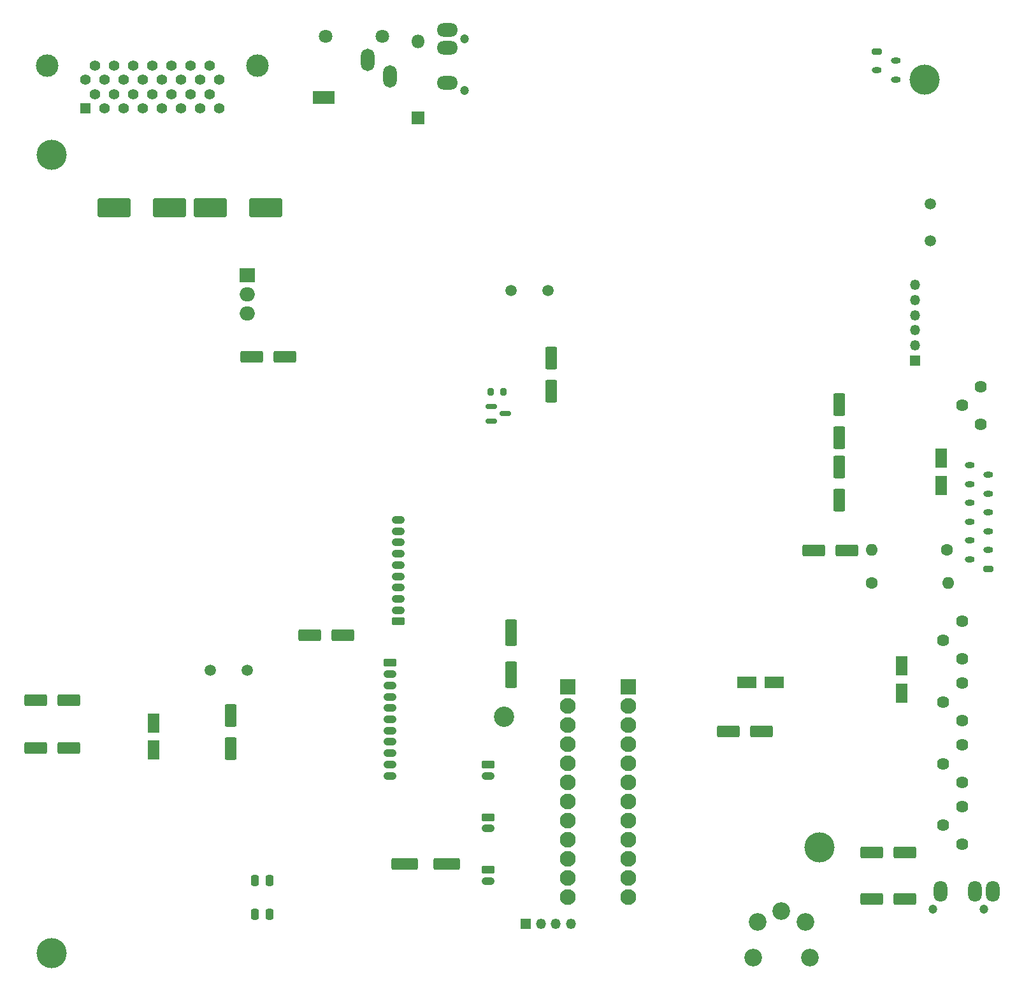
<source format=gbr>
%TF.GenerationSoftware,KiCad,Pcbnew,8.0.9-8.0.9-0~ubuntu24.04.1*%
%TF.CreationDate,2025-02-24T19:11:30+01:00*%
%TF.ProjectId,Main_PCB,4d61696e-5f50-4434-922e-6b696361645f,0.1*%
%TF.SameCoordinates,Original*%
%TF.FileFunction,Soldermask,Bot*%
%TF.FilePolarity,Negative*%
%FSLAX46Y46*%
G04 Gerber Fmt 4.6, Leading zero omitted, Abs format (unit mm)*
G04 Created by KiCad (PCBNEW 8.0.9-8.0.9-0~ubuntu24.04.1) date 2025-02-24 19:11:30*
%MOMM*%
%LPD*%
G01*
G04 APERTURE LIST*
G04 Aperture macros list*
%AMRoundRect*
0 Rectangle with rounded corners*
0 $1 Rounding radius*
0 $2 $3 $4 $5 $6 $7 $8 $9 X,Y pos of 4 corners*
0 Add a 4 corners polygon primitive as box body*
4,1,4,$2,$3,$4,$5,$6,$7,$8,$9,$2,$3,0*
0 Add four circle primitives for the rounded corners*
1,1,$1+$1,$2,$3*
1,1,$1+$1,$4,$5*
1,1,$1+$1,$6,$7*
1,1,$1+$1,$8,$9*
0 Add four rect primitives between the rounded corners*
20,1,$1+$1,$2,$3,$4,$5,0*
20,1,$1+$1,$4,$5,$6,$7,0*
20,1,$1+$1,$6,$7,$8,$9,0*
20,1,$1+$1,$8,$9,$2,$3,0*%
G04 Aperture macros list end*
%ADD10C,2.700000*%
%ADD11C,4.000000*%
%ADD12R,1.350000X1.350000*%
%ADD13O,1.350000X1.350000*%
%ADD14RoundRect,0.250000X0.550000X-1.250000X0.550000X1.250000X-0.550000X1.250000X-0.550000X-1.250000X0*%
%ADD15RoundRect,0.250000X1.250000X0.550000X-1.250000X0.550000X-1.250000X-0.550000X1.250000X-0.550000X0*%
%ADD16C,1.500000*%
%ADD17RoundRect,0.250000X-1.950000X-1.000000X1.950000X-1.000000X1.950000X1.000000X-1.950000X1.000000X0*%
%ADD18C,2.340000*%
%ADD19RoundRect,0.250000X0.550000X-1.500000X0.550000X1.500000X-0.550000X1.500000X-0.550000X-1.500000X0*%
%ADD20C,1.200000*%
%ADD21O,2.800000X1.800000*%
%ADD22RoundRect,0.250000X0.550000X-1.050000X0.550000X1.050000X-0.550000X1.050000X-0.550000X-1.050000X0*%
%ADD23RoundRect,0.250000X-1.500000X-0.550000X1.500000X-0.550000X1.500000X0.550000X-1.500000X0.550000X0*%
%ADD24RoundRect,0.250000X-1.250000X-0.550000X1.250000X-0.550000X1.250000X0.550000X-1.250000X0.550000X0*%
%ADD25RoundRect,0.250000X1.950000X1.000000X-1.950000X1.000000X-1.950000X-1.000000X1.950000X-1.000000X0*%
%ADD26RoundRect,0.250000X-0.250000X-0.475000X0.250000X-0.475000X0.250000X0.475000X-0.250000X0.475000X0*%
%ADD27RoundRect,0.200000X0.450000X-0.200000X0.450000X0.200000X-0.450000X0.200000X-0.450000X-0.200000X0*%
%ADD28O,1.300000X0.800000*%
%ADD29RoundRect,0.250000X-0.550000X1.250000X-0.550000X-1.250000X0.550000X-1.250000X0.550000X1.250000X0*%
%ADD30RoundRect,0.250000X0.615000X-0.265000X0.615000X0.265000X-0.615000X0.265000X-0.615000X-0.265000X0*%
%ADD31O,1.730000X1.030000*%
%ADD32RoundRect,0.250000X-0.615000X0.265000X-0.615000X-0.265000X0.615000X-0.265000X0.615000X0.265000X0*%
%ADD33C,1.600000*%
%ADD34O,1.600000X1.600000*%
%ADD35C,1.620000*%
%ADD36R,2.100000X2.100000*%
%ADD37C,2.100000*%
%ADD38O,1.800000X2.800000*%
%ADD39RoundRect,0.200000X-0.450000X0.200000X-0.450000X-0.200000X0.450000X-0.200000X0.450000X0.200000X0*%
%ADD40RoundRect,0.200000X0.200000X0.275000X-0.200000X0.275000X-0.200000X-0.275000X0.200000X-0.275000X0*%
%ADD41R,1.400000X1.400000*%
%ADD42C,1.400000*%
%ADD43C,3.000000*%
%ADD44C,1.800000*%
%ADD45R,3.000000X1.800000*%
%ADD46O,1.800000X3.000000*%
%ADD47R,1.800000X1.800000*%
%ADD48O,1.800000X1.800000*%
%ADD49R,2.000000X1.905000*%
%ADD50O,2.000000X1.905000*%
%ADD51RoundRect,0.250000X1.050000X0.550000X-1.050000X0.550000X-1.050000X-0.550000X1.050000X-0.550000X0*%
%ADD52RoundRect,0.150000X-0.587500X-0.150000X0.587500X-0.150000X0.587500X0.150000X-0.587500X0.150000X0*%
G04 APERTURE END LIST*
D10*
%TO.C,H5*%
X110100000Y-170700000D03*
%TD*%
D11*
%TO.C,H4*%
X152000000Y-188000000D03*
%TD*%
%TO.C,H3*%
X50000000Y-202100000D03*
%TD*%
%TO.C,H2*%
X166000000Y-86000000D03*
%TD*%
%TO.C,H1*%
X50000000Y-96000000D03*
%TD*%
D12*
%TO.C,P104*%
X113000000Y-198200000D03*
D13*
X115000000Y-198200000D03*
X117000000Y-198200000D03*
X119000000Y-198200000D03*
%TD*%
D14*
%TO.C,C149*%
X116400000Y-127400000D03*
X116400000Y-123000000D03*
%TD*%
D15*
%TO.C,C201*%
X52300000Y-174800000D03*
X47900000Y-174800000D03*
%TD*%
D16*
%TO.C,CF101*%
X111100000Y-114000000D03*
X116000000Y-114000000D03*
%TD*%
D17*
%TO.C,C301*%
X71100000Y-103000000D03*
X78500000Y-103000000D03*
%TD*%
D18*
%TO.C,RV201*%
X150800000Y-202700000D03*
X150200000Y-197900000D03*
X147000000Y-196500000D03*
X143800000Y-197900000D03*
X143200000Y-202700000D03*
%TD*%
D19*
%TO.C,C136*%
X111100000Y-165100000D03*
X111100000Y-159500000D03*
%TD*%
D20*
%TO.C,JK101*%
X104900000Y-87400000D03*
X104900000Y-80600000D03*
D21*
X102600000Y-81800000D03*
X102600000Y-79400000D03*
X102600000Y-86400000D03*
%TD*%
D22*
%TO.C,C200*%
X63600000Y-175100000D03*
X63600000Y-171500000D03*
%TD*%
D23*
%TO.C,C303*%
X96900000Y-190200000D03*
X102500000Y-190200000D03*
%TD*%
D24*
%TO.C,C226*%
X159000000Y-194900000D03*
X163400000Y-194900000D03*
%TD*%
D15*
%TO.C,C122*%
X144300000Y-172600000D03*
X139900000Y-172600000D03*
%TD*%
D25*
%TO.C,C300*%
X65700000Y-103000000D03*
X58300000Y-103000000D03*
%TD*%
D26*
%TO.C,C216*%
X77050000Y-192400000D03*
X78950000Y-192400000D03*
%TD*%
D27*
%TO.C,CN102*%
X174500000Y-151000000D03*
D28*
X172000000Y-149750000D03*
X174500000Y-148500000D03*
X172000000Y-147250000D03*
X174500000Y-146000000D03*
X172000000Y-144750000D03*
X174500000Y-143500000D03*
X172000000Y-142250000D03*
X174500000Y-141000000D03*
X172000000Y-139750000D03*
X174500000Y-138500000D03*
X172000000Y-137250000D03*
%TD*%
D12*
%TO.C,P103*%
X164700000Y-123300000D03*
D13*
X164700000Y-121300000D03*
X164700000Y-119300000D03*
X164700000Y-117300000D03*
X164700000Y-115300000D03*
X164700000Y-113300000D03*
%TD*%
D29*
%TO.C,C113*%
X154700000Y-129200000D03*
X154700000Y-133600000D03*
%TD*%
D26*
%TO.C,C215*%
X77050000Y-196900000D03*
X78950000Y-196900000D03*
%TD*%
D30*
%TO.C,P101*%
X96100000Y-158000000D03*
D31*
X96100000Y-156500000D03*
X96100000Y-155000000D03*
X96100000Y-153500000D03*
X96100000Y-152000000D03*
X96100000Y-150500000D03*
X96100000Y-149000000D03*
X96100000Y-147500000D03*
X96100000Y-146000000D03*
X96100000Y-144500000D03*
%TD*%
D24*
%TO.C,C302*%
X76600000Y-122800000D03*
X81000000Y-122800000D03*
%TD*%
D32*
%TO.C,P105*%
X108000000Y-184000000D03*
D31*
X108000000Y-185500000D03*
%TD*%
D33*
%TO.C,L101*%
X169000000Y-148500000D03*
D34*
X159000000Y-148500000D03*
%TD*%
D33*
%TO.C,R101*%
X159000000Y-152900000D03*
D34*
X169160000Y-152900000D03*
%TD*%
D32*
%TO.C,P102*%
X95000000Y-163500000D03*
D31*
X95000000Y-165000000D03*
X95000000Y-166500000D03*
X95000000Y-168000000D03*
X95000000Y-169500000D03*
X95000000Y-171000000D03*
X95000000Y-172500000D03*
X95000000Y-174000000D03*
X95000000Y-175500000D03*
X95000000Y-177000000D03*
X95000000Y-178500000D03*
%TD*%
D35*
%TO.C,VR102*%
X171000000Y-158000000D03*
X168500000Y-160500000D03*
X171000000Y-163000000D03*
%TD*%
D24*
%TO.C,C225*%
X159000000Y-188700000D03*
X163400000Y-188700000D03*
%TD*%
D22*
%TO.C,C129*%
X163000000Y-167500000D03*
X163000000Y-163900000D03*
%TD*%
D32*
%TO.C,P106*%
X108000000Y-191000000D03*
D31*
X108000000Y-192500000D03*
%TD*%
D35*
%TO.C,VR105*%
X171000000Y-166200000D03*
X168500000Y-168700000D03*
X171000000Y-171200000D03*
%TD*%
D15*
%TO.C,C202*%
X52300000Y-168500000D03*
X47900000Y-168500000D03*
%TD*%
D24*
%TO.C,C159*%
X84300000Y-159800000D03*
X88700000Y-159800000D03*
%TD*%
D35*
%TO.C,VR101*%
X173500000Y-126800000D03*
X171000000Y-129300000D03*
X173500000Y-131800000D03*
%TD*%
D36*
%TO.C,IC105*%
X126600000Y-166700000D03*
D37*
X126600000Y-169240000D03*
X126600000Y-171780000D03*
X126600000Y-174320000D03*
X126600000Y-176860000D03*
X126600000Y-179400000D03*
X126600000Y-181940000D03*
X126600000Y-184480000D03*
X126600000Y-187020000D03*
X126600000Y-189560000D03*
X126600000Y-192100000D03*
X126600000Y-194640000D03*
%TD*%
D20*
%TO.C,JK102*%
X167100000Y-196200000D03*
X173900000Y-196200000D03*
D38*
X172700000Y-193900000D03*
X175100000Y-193900000D03*
X168100000Y-193900000D03*
%TD*%
D28*
%TO.C,CN101*%
X162200000Y-86000000D03*
X159700000Y-84750000D03*
X162200000Y-83500000D03*
D39*
X159700000Y-82250000D03*
%TD*%
D40*
%TO.C,R513*%
X110025000Y-127500000D03*
X108375000Y-127500000D03*
%TD*%
D41*
%TO.C,JK104*%
X54500000Y-89810000D03*
D42*
X55770000Y-87905000D03*
X57040000Y-89810000D03*
X58310000Y-87905000D03*
X59580000Y-89810000D03*
X60850000Y-87905000D03*
X62120000Y-89810000D03*
X63390000Y-87905000D03*
X64660000Y-89810000D03*
X65930000Y-87905000D03*
X67200000Y-89810000D03*
X68470000Y-87905000D03*
X69740000Y-89810000D03*
X71010000Y-87905000D03*
X72280000Y-89810000D03*
X54500000Y-86000000D03*
X55770000Y-84095000D03*
X57040000Y-86000000D03*
X58310000Y-84095000D03*
X59580000Y-86000000D03*
X60850000Y-84095000D03*
X62120000Y-86000000D03*
X63390000Y-84095000D03*
X64660000Y-86000000D03*
X65930000Y-84095000D03*
X67200000Y-86000000D03*
X68470000Y-84095000D03*
X69740000Y-86000000D03*
X71010000Y-84095000D03*
X72280000Y-86000000D03*
D43*
X49440000Y-84095000D03*
X77340000Y-84095000D03*
%TD*%
D44*
%TO.C,JK103*%
X94000000Y-80200000D03*
X86400000Y-80200000D03*
D45*
X86200000Y-88400000D03*
D46*
X92000000Y-83400000D03*
X95000000Y-85600000D03*
%TD*%
D36*
%TO.C,IC104*%
X118600000Y-166700000D03*
D37*
X118600000Y-169240000D03*
X118600000Y-171780000D03*
X118600000Y-174320000D03*
X118600000Y-176860000D03*
X118600000Y-179400000D03*
X118600000Y-181940000D03*
X118600000Y-184480000D03*
X118600000Y-187020000D03*
X118600000Y-189560000D03*
X118600000Y-192100000D03*
X118600000Y-194640000D03*
%TD*%
D29*
%TO.C,C114*%
X154700000Y-137500000D03*
X154700000Y-141900000D03*
%TD*%
D47*
%TO.C,D301*%
X98700000Y-91100000D03*
D48*
X98700000Y-80940000D03*
%TD*%
D14*
%TO.C,C304*%
X73800000Y-174900000D03*
X73800000Y-170500000D03*
%TD*%
D49*
%TO.C,IC301*%
X76000000Y-112000000D03*
D50*
X76000000Y-114540000D03*
X76000000Y-117080000D03*
%TD*%
D35*
%TO.C,VR103*%
X171000000Y-174400000D03*
X168500000Y-176900000D03*
X171000000Y-179400000D03*
%TD*%
D16*
%TO.C,X101*%
X166800000Y-107400000D03*
X166800000Y-102500000D03*
%TD*%
D51*
%TO.C,C117*%
X146000000Y-166100000D03*
X142400000Y-166100000D03*
%TD*%
D52*
%TO.C,D105*%
X108462500Y-131350000D03*
X108462500Y-129450000D03*
X110337500Y-130400000D03*
%TD*%
D16*
%TO.C,CF102*%
X71100000Y-164500000D03*
X76000000Y-164500000D03*
%TD*%
D22*
%TO.C,C102*%
X168200000Y-139900000D03*
X168200000Y-136300000D03*
%TD*%
D35*
%TO.C,VR104*%
X171000000Y-182600000D03*
X168500000Y-185100000D03*
X171000000Y-187600000D03*
%TD*%
D32*
%TO.C,P107*%
X108000000Y-177000000D03*
D31*
X108000000Y-178500000D03*
%TD*%
D24*
%TO.C,C101*%
X151300000Y-148600000D03*
X155700000Y-148600000D03*
%TD*%
M02*

</source>
